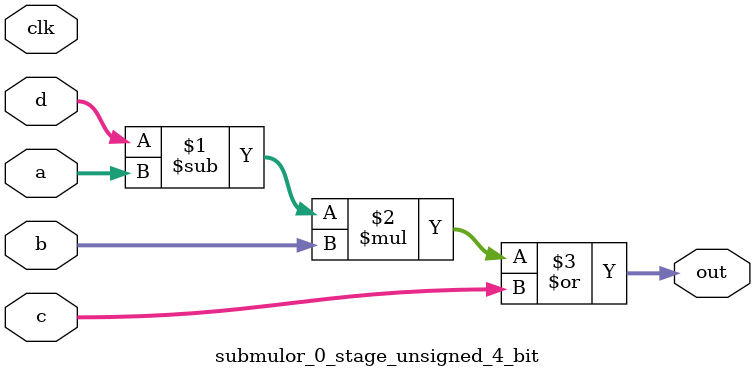
<source format=sv>
(* use_dsp = "yes" *) module submulor_0_stage_unsigned_4_bit(
	input  [3:0] a,
	input  [3:0] b,
	input  [3:0] c,
	input  [3:0] d,
	output [3:0] out,
	input clk);

	assign out = ((d - a) * b) | c;
endmodule

</source>
